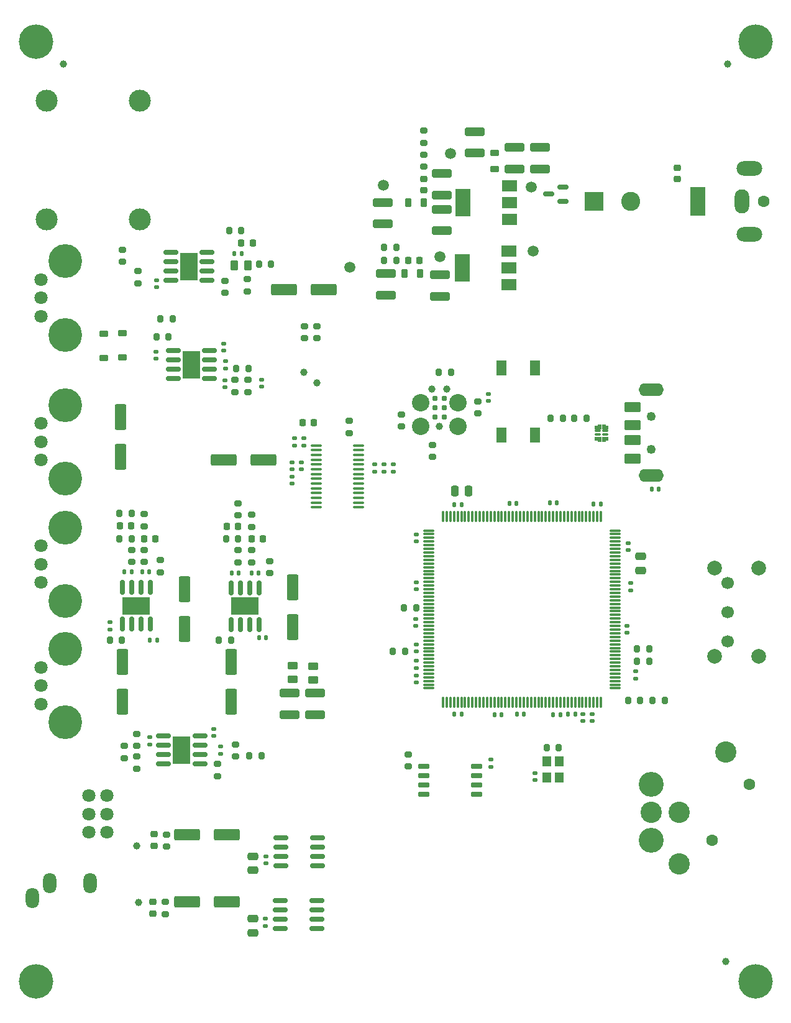
<source format=gbr>
G04 #@! TF.GenerationSoftware,KiCad,Pcbnew,7.0.9*
G04 #@! TF.CreationDate,2024-03-14T12:42:54+01:00*
G04 #@! TF.ProjectId,Apothecary - DSP Development Board,41706f74-6865-4636-9172-79202d204453,rev?*
G04 #@! TF.SameCoordinates,Original*
G04 #@! TF.FileFunction,Soldermask,Top*
G04 #@! TF.FilePolarity,Negative*
%FSLAX46Y46*%
G04 Gerber Fmt 4.6, Leading zero omitted, Abs format (unit mm)*
G04 Created by KiCad (PCBNEW 7.0.9) date 2024-03-14 12:42:54*
%MOMM*%
%LPD*%
G01*
G04 APERTURE LIST*
G04 Aperture macros list*
%AMRoundRect*
0 Rectangle with rounded corners*
0 $1 Rounding radius*
0 $2 $3 $4 $5 $6 $7 $8 $9 X,Y pos of 4 corners*
0 Add a 4 corners polygon primitive as box body*
4,1,4,$2,$3,$4,$5,$6,$7,$8,$9,$2,$3,0*
0 Add four circle primitives for the rounded corners*
1,1,$1+$1,$2,$3*
1,1,$1+$1,$4,$5*
1,1,$1+$1,$6,$7*
1,1,$1+$1,$8,$9*
0 Add four rect primitives between the rounded corners*
20,1,$1+$1,$2,$3,$4,$5,0*
20,1,$1+$1,$4,$5,$6,$7,0*
20,1,$1+$1,$6,$7,$8,$9,0*
20,1,$1+$1,$8,$9,$2,$3,0*%
G04 Aperture macros list end*
%ADD10C,0.010000*%
%ADD11O,1.800000X2.800000*%
%ADD12C,1.250000*%
%ADD13RoundRect,0.076200X1.000000X-0.600000X1.000000X0.600000X-1.000000X0.600000X-1.000000X-0.600000X0*%
%ADD14O,3.402400X1.777400*%
%ADD15RoundRect,0.250000X-0.450000X0.262500X-0.450000X-0.262500X0.450000X-0.262500X0.450000X0.262500X0*%
%ADD16RoundRect,0.250000X0.450000X-0.262500X0.450000X0.262500X-0.450000X0.262500X-0.450000X-0.262500X0*%
%ADD17RoundRect,0.250000X0.262500X0.450000X-0.262500X0.450000X-0.262500X-0.450000X0.262500X-0.450000X0*%
%ADD18RoundRect,0.150000X0.587500X0.150000X-0.587500X0.150000X-0.587500X-0.150000X0.587500X-0.150000X0*%
%ADD19RoundRect,0.250000X-1.100000X0.325000X-1.100000X-0.325000X1.100000X-0.325000X1.100000X0.325000X0*%
%ADD20RoundRect,0.225000X-0.225000X-0.250000X0.225000X-0.250000X0.225000X0.250000X-0.225000X0.250000X0*%
%ADD21RoundRect,0.225000X0.225000X0.250000X-0.225000X0.250000X-0.225000X-0.250000X0.225000X-0.250000X0*%
%ADD22RoundRect,0.250000X1.100000X-0.325000X1.100000X0.325000X-1.100000X0.325000X-1.100000X-0.325000X0*%
%ADD23RoundRect,0.140000X-0.170000X0.140000X-0.170000X-0.140000X0.170000X-0.140000X0.170000X0.140000X0*%
%ADD24RoundRect,0.250000X1.500000X0.550000X-1.500000X0.550000X-1.500000X-0.550000X1.500000X-0.550000X0*%
%ADD25RoundRect,0.250000X-0.550000X1.500000X-0.550000X-1.500000X0.550000X-1.500000X0.550000X1.500000X0*%
%ADD26RoundRect,0.250000X-1.500000X-0.550000X1.500000X-0.550000X1.500000X0.550000X-1.500000X0.550000X0*%
%ADD27RoundRect,0.200000X0.275000X-0.200000X0.275000X0.200000X-0.275000X0.200000X-0.275000X-0.200000X0*%
%ADD28RoundRect,0.200000X-0.200000X-0.275000X0.200000X-0.275000X0.200000X0.275000X-0.200000X0.275000X0*%
%ADD29RoundRect,0.140000X0.170000X-0.140000X0.170000X0.140000X-0.170000X0.140000X-0.170000X-0.140000X0*%
%ADD30RoundRect,0.218750X0.218750X0.256250X-0.218750X0.256250X-0.218750X-0.256250X0.218750X-0.256250X0*%
%ADD31C,4.600000*%
%ADD32C,1.800000*%
%ADD33RoundRect,0.140000X-0.140000X-0.170000X0.140000X-0.170000X0.140000X0.170000X-0.140000X0.170000X0*%
%ADD34RoundRect,0.140000X0.140000X0.170000X-0.140000X0.170000X-0.140000X-0.170000X0.140000X-0.170000X0*%
%ADD35RoundRect,0.150000X-0.825000X-0.150000X0.825000X-0.150000X0.825000X0.150000X-0.825000X0.150000X0*%
%ADD36R,2.410000X3.810000*%
%ADD37RoundRect,0.200000X-0.275000X0.200000X-0.275000X-0.200000X0.275000X-0.200000X0.275000X0.200000X0*%
%ADD38RoundRect,0.102000X-0.300000X-0.100000X0.300000X-0.100000X0.300000X0.100000X-0.300000X0.100000X0*%
%ADD39C,1.000000*%
%ADD40RoundRect,0.150000X0.825000X0.150000X-0.825000X0.150000X-0.825000X-0.150000X0.825000X-0.150000X0*%
%ADD41C,1.500000*%
%ADD42RoundRect,0.200000X0.200000X0.275000X-0.200000X0.275000X-0.200000X-0.275000X0.200000X-0.275000X0*%
%ADD43RoundRect,0.218750X0.256250X-0.218750X0.256250X0.218750X-0.256250X0.218750X-0.256250X-0.218750X0*%
%ADD44RoundRect,0.075000X0.075000X-0.675000X0.075000X0.675000X-0.075000X0.675000X-0.075000X-0.675000X0*%
%ADD45RoundRect,0.075000X0.675000X-0.075000X0.675000X0.075000X-0.675000X0.075000X-0.675000X-0.075000X0*%
%ADD46C,2.000000*%
%ADD47C,1.700000*%
%ADD48RoundRect,0.218750X0.218750X0.381250X-0.218750X0.381250X-0.218750X-0.381250X0.218750X-0.381250X0*%
%ADD49RoundRect,0.218750X-0.256250X0.218750X-0.256250X-0.218750X0.256250X-0.218750X0.256250X0.218750X0*%
%ADD50C,4.700000*%
%ADD51RoundRect,0.225000X-0.375000X0.225000X-0.375000X-0.225000X0.375000X-0.225000X0.375000X0.225000X0*%
%ADD52C,1.600000*%
%ADD53C,3.400000*%
%ADD54C,2.900000*%
%ADD55RoundRect,0.100000X0.637500X0.100000X-0.637500X0.100000X-0.637500X-0.100000X0.637500X-0.100000X0*%
%ADD56RoundRect,0.225000X0.375000X-0.225000X0.375000X0.225000X-0.375000X0.225000X-0.375000X-0.225000X0*%
%ADD57RoundRect,0.150000X-0.650000X-0.150000X0.650000X-0.150000X0.650000X0.150000X-0.650000X0.150000X0*%
%ADD58RoundRect,0.250000X-0.475000X0.250000X-0.475000X-0.250000X0.475000X-0.250000X0.475000X0.250000X0*%
%ADD59RoundRect,0.218750X0.381250X-0.218750X0.381250X0.218750X-0.381250X0.218750X-0.381250X-0.218750X0*%
%ADD60R,1.200000X1.400000*%
%ADD61RoundRect,0.150000X-0.150000X0.825000X-0.150000X-0.825000X0.150000X-0.825000X0.150000X0.825000X0*%
%ADD62R,3.810000X2.410000*%
%ADD63R,1.400000X2.100000*%
%ADD64C,0.990600*%
%ADD65C,2.374900*%
%ADD66C,0.787400*%
%ADD67R,2.000000X1.500000*%
%ADD68R,2.000000X3.800000*%
%ADD69R,2.000000X4.000000*%
%ADD70O,2.000000X3.300000*%
%ADD71O,3.500000X2.000000*%
%ADD72RoundRect,0.250000X0.475000X-0.250000X0.475000X0.250000X-0.475000X0.250000X-0.475000X-0.250000X0*%
%ADD73R,2.600000X2.600000*%
%ADD74C,2.600000*%
%ADD75C,3.000000*%
%ADD76RoundRect,0.218750X-0.218750X-0.256250X0.218750X-0.256250X0.218750X0.256250X-0.218750X0.256250X0*%
%ADD77RoundRect,0.250000X0.250000X0.475000X-0.250000X0.475000X-0.250000X-0.475000X0.250000X-0.475000X0*%
G04 APERTURE END LIST*
D10*
X184663501Y-78463500D02*
X183863501Y-78463500D01*
X183863501Y-78063500D01*
X184263501Y-78063500D01*
X184263501Y-77863500D01*
X184663501Y-77863500D01*
X184663501Y-78463500D01*
G36*
X184663501Y-78463500D02*
G01*
X183863501Y-78463500D01*
X183863501Y-78063500D01*
X184263501Y-78063500D01*
X184263501Y-77863500D01*
X184663501Y-77863500D01*
X184663501Y-78463500D01*
G37*
X184663501Y-80163500D02*
X184263501Y-80163500D01*
X184263501Y-79963500D01*
X183863501Y-79963500D01*
X183863501Y-79563500D01*
X184663501Y-79563500D01*
X184663501Y-80163500D01*
G36*
X184663501Y-80163500D02*
G01*
X184263501Y-80163500D01*
X184263501Y-79963500D01*
X183863501Y-79963500D01*
X183863501Y-79563500D01*
X184663501Y-79563500D01*
X184663501Y-80163500D01*
G37*
X185263501Y-78063500D02*
X185663501Y-78063500D01*
X185663501Y-78463500D01*
X184863501Y-78463500D01*
X184863501Y-77863500D01*
X185263501Y-77863500D01*
X185263501Y-78063500D01*
G36*
X185263501Y-78063500D02*
G01*
X185663501Y-78063500D01*
X185663501Y-78463500D01*
X184863501Y-78463500D01*
X184863501Y-77863500D01*
X185263501Y-77863500D01*
X185263501Y-78063500D01*
G37*
X185663501Y-79963500D02*
X185263501Y-79963500D01*
X185263501Y-80163500D01*
X184863501Y-80163500D01*
X184863501Y-79563500D01*
X185663501Y-79563500D01*
X185663501Y-79963500D01*
G36*
X185663501Y-79963500D02*
G01*
X185263501Y-79963500D01*
X185263501Y-80163500D01*
X184863501Y-80163500D01*
X184863501Y-79563500D01*
X185663501Y-79563500D01*
X185663501Y-79963500D01*
G37*
D11*
X115134422Y-140384422D03*
X107234422Y-142384422D03*
X109634422Y-140384422D03*
D12*
X191600000Y-81250000D03*
X191600000Y-76750000D03*
D13*
X189000000Y-82500000D03*
X189000000Y-78000000D03*
X189000000Y-75500000D03*
X189000000Y-80000000D03*
D14*
X191600000Y-84850000D03*
X191600000Y-73150000D03*
D15*
X142750000Y-110750000D03*
X142750000Y-112575000D03*
D16*
X145500000Y-112662500D03*
X145500000Y-110837500D03*
D17*
X136575468Y-56250000D03*
X134750468Y-56250000D03*
D18*
X179500000Y-47455000D03*
X179500000Y-45555000D03*
X177625000Y-46505000D03*
D19*
X145750000Y-114500000D03*
X145750000Y-117450000D03*
X142250000Y-114500000D03*
X142250000Y-117450000D03*
D20*
X137102968Y-93500000D03*
X138652968Y-93500000D03*
X122437968Y-93480578D03*
X123987968Y-93480578D03*
D21*
X135250000Y-91750000D03*
X133700000Y-91750000D03*
X120702968Y-91725000D03*
X119152968Y-91725000D03*
D22*
X155425000Y-60290000D03*
X155425000Y-57340000D03*
X162750000Y-60450000D03*
X162750000Y-57500000D03*
X154990000Y-50570000D03*
X154990000Y-47620000D03*
D20*
X144025000Y-77600000D03*
X145575000Y-77600000D03*
D22*
X163000000Y-51500000D03*
X163000000Y-48550000D03*
D19*
X167500000Y-37975000D03*
X167500000Y-40925000D03*
X176380000Y-40140000D03*
X176380000Y-43090000D03*
X172900000Y-40125000D03*
X172900000Y-43075000D03*
X163000000Y-43712233D03*
X163000000Y-46662233D03*
D23*
X142637968Y-84980578D03*
X142637968Y-85940578D03*
D24*
X138750000Y-82750000D03*
X133350000Y-82750000D03*
D25*
X119500000Y-110250000D03*
X119500000Y-115650000D03*
D24*
X133750000Y-142925000D03*
X128350000Y-142925000D03*
X133750000Y-133750000D03*
X128350000Y-133750000D03*
D25*
X134350000Y-110250000D03*
X134350000Y-115650000D03*
X128000000Y-100300000D03*
X128000000Y-105700000D03*
X142750000Y-100050000D03*
X142750000Y-105450000D03*
D26*
X141550000Y-59500000D03*
X146950000Y-59500000D03*
D25*
X119250000Y-76850000D03*
X119250000Y-82250000D03*
D27*
X160562500Y-39500000D03*
X160562500Y-37850000D03*
D28*
X155175000Y-53750000D03*
X156825000Y-53750000D03*
D29*
X175700000Y-126310000D03*
X175700000Y-125350000D03*
D30*
X137287500Y-53200000D03*
X135712500Y-53200000D03*
D27*
X121487968Y-121680578D03*
X121487968Y-120030578D03*
D23*
X132877968Y-121780578D03*
X132877968Y-122740578D03*
D31*
X111700000Y-101925000D03*
X111700000Y-91925000D03*
D32*
X108400000Y-94425000D03*
X108400000Y-96925000D03*
X108400000Y-99425000D03*
D28*
X181100000Y-77000000D03*
X182750000Y-77000000D03*
D33*
X173240002Y-117374997D03*
X174200002Y-117374997D03*
D23*
X169352500Y-73737500D03*
X169352500Y-74697500D03*
D34*
X184680714Y-88702944D03*
X183720714Y-88702944D03*
D35*
X125112968Y-120325578D03*
X125112968Y-121595578D03*
X125112968Y-122865578D03*
X125112968Y-124135578D03*
X130062968Y-124135578D03*
X130062968Y-122865578D03*
X130062968Y-121595578D03*
X130062968Y-120325578D03*
D36*
X127587968Y-122230578D03*
D27*
X160562500Y-42750000D03*
X160562500Y-41100000D03*
D37*
X135287968Y-95005578D03*
X135287968Y-96655578D03*
D38*
X184263501Y-78763500D03*
X184263501Y-79263500D03*
X185263501Y-79263500D03*
X185263501Y-78763500D03*
D37*
X137102968Y-95005578D03*
X137102968Y-96655578D03*
X161728499Y-80657691D03*
X161728499Y-82307691D03*
D39*
X201750000Y-151000000D03*
D40*
X145975000Y-146520000D03*
X145975000Y-145250000D03*
X145975000Y-143980000D03*
X145975000Y-142710000D03*
X141025000Y-142710000D03*
X141025000Y-143980000D03*
X141025000Y-145250000D03*
X141025000Y-146520000D03*
D41*
X175250000Y-45500000D03*
D34*
X171180002Y-117424997D03*
X170220002Y-117424997D03*
D41*
X150500000Y-56500000D03*
D33*
X164740000Y-117325000D03*
X165700000Y-117325000D03*
D37*
X157552500Y-76492500D03*
X157552500Y-78142500D03*
D42*
X125800000Y-65950000D03*
X124150000Y-65950000D03*
D40*
X146075000Y-138000000D03*
X146075000Y-136730000D03*
X146075000Y-135460000D03*
X146075000Y-134190000D03*
X141125000Y-134190000D03*
X141125000Y-135460000D03*
X141125000Y-136730000D03*
X141125000Y-138000000D03*
D37*
X121600000Y-56975000D03*
X121600000Y-58625000D03*
D43*
X123691016Y-144500000D03*
X123691016Y-142925000D03*
D42*
X190075000Y-115500000D03*
X188425000Y-115500000D03*
D29*
X138500000Y-72750000D03*
X138500000Y-71790000D03*
D34*
X173200002Y-88674999D03*
X172240002Y-88674999D03*
D29*
X169750002Y-124514997D03*
X169750002Y-123554997D03*
D44*
X163200000Y-115750000D03*
X163700000Y-115750000D03*
X164200000Y-115750000D03*
X164700000Y-115750000D03*
X165200000Y-115750000D03*
X165700000Y-115750000D03*
X166200000Y-115750000D03*
X166700000Y-115750000D03*
X167200000Y-115750000D03*
X167700000Y-115750000D03*
X168200000Y-115750000D03*
X168700000Y-115750000D03*
X169200000Y-115750000D03*
X169700000Y-115750000D03*
X170200000Y-115750000D03*
X170700000Y-115750000D03*
X171200000Y-115750000D03*
X171700000Y-115750000D03*
X172200000Y-115750000D03*
X172700000Y-115750000D03*
X173200000Y-115750000D03*
X173700000Y-115750000D03*
X174200000Y-115750000D03*
X174700000Y-115750000D03*
X175200000Y-115750000D03*
X175700000Y-115750000D03*
X176200000Y-115750000D03*
X176700000Y-115750000D03*
X177200000Y-115750000D03*
X177700000Y-115750000D03*
X178200000Y-115750000D03*
X178700000Y-115750000D03*
X179200000Y-115750000D03*
X179700000Y-115750000D03*
X180200000Y-115750000D03*
X180700000Y-115750000D03*
X181200000Y-115750000D03*
X181700000Y-115750000D03*
X182200000Y-115750000D03*
X182700000Y-115750000D03*
X183200000Y-115750000D03*
X183700000Y-115750000D03*
X184200000Y-115750000D03*
X184700000Y-115750000D03*
D45*
X186625000Y-113825000D03*
X186625000Y-113325000D03*
X186625000Y-112825000D03*
X186625000Y-112325000D03*
X186625000Y-111825000D03*
X186625000Y-111325000D03*
X186625000Y-110825000D03*
X186625000Y-110325000D03*
X186625000Y-109825000D03*
X186625000Y-109325000D03*
X186625000Y-108825000D03*
X186625000Y-108325000D03*
X186625000Y-107825000D03*
X186625000Y-107325000D03*
X186625000Y-106825000D03*
X186625000Y-106325000D03*
X186625000Y-105825000D03*
X186625000Y-105325000D03*
X186625000Y-104825000D03*
X186625000Y-104325000D03*
X186625000Y-103825000D03*
X186625000Y-103325000D03*
X186625000Y-102825000D03*
X186625000Y-102325000D03*
X186625000Y-101825000D03*
X186625000Y-101325000D03*
X186625000Y-100825000D03*
X186625000Y-100325000D03*
X186625000Y-99825000D03*
X186625000Y-99325000D03*
X186625000Y-98825000D03*
X186625000Y-98325000D03*
X186625000Y-97825000D03*
X186625000Y-97325000D03*
X186625000Y-96825000D03*
X186625000Y-96325000D03*
X186625000Y-95825000D03*
X186625000Y-95325000D03*
X186625000Y-94825000D03*
X186625000Y-94325000D03*
X186625000Y-93825000D03*
X186625000Y-93325000D03*
X186625000Y-92825000D03*
X186625000Y-92325000D03*
D44*
X184700000Y-90400000D03*
X184200000Y-90400000D03*
X183700000Y-90400000D03*
X183200000Y-90400000D03*
X182700000Y-90400000D03*
X182200000Y-90400000D03*
X181700000Y-90400000D03*
X181200000Y-90400000D03*
X180700000Y-90400000D03*
X180200000Y-90400000D03*
X179700000Y-90400000D03*
X179200000Y-90400000D03*
X178700000Y-90400000D03*
X178200000Y-90400000D03*
X177700000Y-90400000D03*
X177200000Y-90400000D03*
X176700000Y-90400000D03*
X176200000Y-90400000D03*
X175700000Y-90400000D03*
X175200000Y-90400000D03*
X174700000Y-90400000D03*
X174200000Y-90400000D03*
X173700000Y-90400000D03*
X173200000Y-90400000D03*
X172700000Y-90400000D03*
X172200000Y-90400000D03*
X171700000Y-90400000D03*
X171200000Y-90400000D03*
X170700000Y-90400000D03*
X170200000Y-90400000D03*
X169700000Y-90400000D03*
X169200000Y-90400000D03*
X168700000Y-90400000D03*
X168200000Y-90400000D03*
X167700000Y-90400000D03*
X167200000Y-90400000D03*
X166700000Y-90400000D03*
X166200000Y-90400000D03*
X165700000Y-90400000D03*
X165200000Y-90400000D03*
X164700000Y-90400000D03*
X164200000Y-90400000D03*
X163700000Y-90400000D03*
X163200000Y-90400000D03*
D45*
X161275000Y-92325000D03*
X161275000Y-92825000D03*
X161275000Y-93325000D03*
X161275000Y-93825000D03*
X161275000Y-94325000D03*
X161275000Y-94825000D03*
X161275000Y-95325000D03*
X161275000Y-95825000D03*
X161275000Y-96325000D03*
X161275000Y-96825000D03*
X161275000Y-97325000D03*
X161275000Y-97825000D03*
X161275000Y-98325000D03*
X161275000Y-98825000D03*
X161275000Y-99325000D03*
X161275000Y-99825000D03*
X161275000Y-100325000D03*
X161275000Y-100825000D03*
X161275000Y-101325000D03*
X161275000Y-101825000D03*
X161275000Y-102325000D03*
X161275000Y-102825000D03*
X161275000Y-103325000D03*
X161275000Y-103825000D03*
X161275000Y-104325000D03*
X161275000Y-104825000D03*
X161275000Y-105325000D03*
X161275000Y-105825000D03*
X161275000Y-106325000D03*
X161275000Y-106825000D03*
X161275000Y-107325000D03*
X161275000Y-107825000D03*
X161275000Y-108325000D03*
X161275000Y-108825000D03*
X161275000Y-109325000D03*
X161275000Y-109825000D03*
X161275000Y-110325000D03*
X161275000Y-110825000D03*
X161275000Y-111325000D03*
X161275000Y-111825000D03*
X161275000Y-112325000D03*
X161275000Y-112825000D03*
X161275000Y-113325000D03*
X161275000Y-113825000D03*
D37*
X137102968Y-90175000D03*
X137102968Y-91825000D03*
D28*
X189633609Y-108466578D03*
X191283609Y-108466578D03*
D46*
X200200000Y-97450000D03*
X206200000Y-109450000D03*
X200200000Y-109450000D03*
X206200000Y-97450000D03*
D47*
X201950000Y-107450000D03*
X201950000Y-103450000D03*
X201950000Y-99450000D03*
D48*
X160060000Y-57345000D03*
X157935000Y-57345000D03*
D49*
X195100000Y-42900000D03*
X195100000Y-44475000D03*
D23*
X188299999Y-105324999D03*
X188299999Y-106284999D03*
D29*
X142962968Y-80730578D03*
X142962968Y-79770578D03*
D27*
X132487968Y-125785578D03*
X132487968Y-124135578D03*
D34*
X181213609Y-117366578D03*
X180253609Y-117366578D03*
D35*
X126412968Y-67825578D03*
X126412968Y-69095578D03*
X126412968Y-70365578D03*
X126412968Y-71635578D03*
X131362968Y-71635578D03*
X131362968Y-70365578D03*
X131362968Y-69095578D03*
X131362968Y-67825578D03*
D36*
X128887968Y-69730578D03*
D29*
X124087968Y-68930578D03*
X124087968Y-67970578D03*
D50*
X205750000Y-153750000D03*
D51*
X117000000Y-65495000D03*
X117000000Y-68795000D03*
D28*
X156375002Y-108824997D03*
X158025002Y-108824997D03*
D29*
X142637968Y-83980578D03*
X142637968Y-83020578D03*
D37*
X135250000Y-88600000D03*
X135250000Y-90250000D03*
D41*
X164250000Y-41000000D03*
D52*
X204920000Y-126940000D03*
X199840000Y-134560000D03*
D53*
X191580000Y-126940000D03*
D54*
X195395000Y-130750000D03*
X191580000Y-130750000D03*
X195395000Y-137730000D03*
D53*
X191580000Y-134560000D03*
D54*
X201750000Y-122500000D03*
D29*
X139000000Y-146190000D03*
X139000000Y-145230000D03*
D55*
X151687968Y-89180578D03*
X151687968Y-88530578D03*
X151687968Y-87880578D03*
X151687968Y-87230578D03*
X151687968Y-86580578D03*
X151687968Y-85930578D03*
X151687968Y-85280578D03*
X151687968Y-84630578D03*
X151687968Y-83980578D03*
X151687968Y-83330578D03*
X151687968Y-82680578D03*
X151687968Y-82030578D03*
X151687968Y-81380578D03*
X151687968Y-80730578D03*
X145962968Y-80730578D03*
X145962968Y-81380578D03*
X145962968Y-82030578D03*
X145962968Y-82680578D03*
X145962968Y-83330578D03*
X145962968Y-83980578D03*
X145962968Y-84630578D03*
X145962968Y-85280578D03*
X145962968Y-85930578D03*
X145962968Y-86580578D03*
X145962968Y-87230578D03*
X145962968Y-87880578D03*
X145962968Y-88530578D03*
X145962968Y-89180578D03*
D42*
X134287968Y-107230578D03*
X132637968Y-107230578D03*
D39*
X111500000Y-28750000D03*
D27*
X150425468Y-79055578D03*
X150425468Y-77405578D03*
D29*
X159525000Y-108805000D03*
X159525000Y-107845000D03*
X133487968Y-72790578D03*
X133487968Y-71830578D03*
D34*
X123167968Y-97980578D03*
X122207968Y-97980578D03*
D39*
X146000000Y-72250000D03*
D33*
X164739999Y-88774999D03*
X165699999Y-88774999D03*
D29*
X159525002Y-100325000D03*
X159525002Y-99365000D03*
D41*
X162750000Y-55000000D03*
D23*
X183533609Y-117306578D03*
X183533609Y-118266578D03*
D56*
X119500000Y-68750000D03*
X119500000Y-65450000D03*
D57*
X160550000Y-124480000D03*
X160550000Y-125750000D03*
X160550000Y-127020000D03*
X160550000Y-128290000D03*
X167750000Y-128290000D03*
X167750000Y-127020000D03*
X167750000Y-125750000D03*
X167750000Y-124480000D03*
D27*
X119800000Y-123325000D03*
X119800000Y-121675000D03*
D34*
X138062968Y-98155578D03*
X137102968Y-98155578D03*
D40*
X131037968Y-58250578D03*
X131037968Y-56980578D03*
X131037968Y-55710578D03*
X131037968Y-54440578D03*
X126087968Y-54440578D03*
X126087968Y-55710578D03*
X126087968Y-56980578D03*
X126087968Y-58250578D03*
D36*
X128562968Y-56345578D03*
D31*
X111700000Y-65650000D03*
X111700000Y-55650000D03*
D32*
X108400000Y-58150000D03*
X108400000Y-60650000D03*
X108400000Y-63150000D03*
D58*
X190150001Y-95850000D03*
X190150001Y-97750000D03*
D48*
X160562500Y-47650000D03*
X158437500Y-47650000D03*
D37*
X167978500Y-74712501D03*
X167978500Y-76362501D03*
D28*
X135037968Y-70230578D03*
X136687968Y-70230578D03*
D23*
X155150000Y-83340000D03*
X155150000Y-84300000D03*
D41*
X175500000Y-54250000D03*
D28*
X119102968Y-93480578D03*
X120752968Y-93480578D03*
D23*
X188800000Y-99495001D03*
X188800000Y-100455001D03*
D34*
X120752968Y-97980578D03*
X119792968Y-97980578D03*
D39*
X121500000Y-135250000D03*
D23*
X156400000Y-83340000D03*
X156400000Y-84300000D03*
D28*
X157875000Y-102825000D03*
X159525000Y-102825000D03*
D42*
X156847500Y-55500000D03*
X155197500Y-55500000D03*
D32*
X117400000Y-128450001D03*
X117400000Y-130950001D03*
X117400000Y-133450001D03*
X114900000Y-128450001D03*
X114900000Y-130950001D03*
X114900000Y-133450001D03*
D23*
X123202968Y-120495578D03*
X123202968Y-121455578D03*
D50*
X107750000Y-25750000D03*
D27*
X125500000Y-135386305D03*
X125500000Y-133736305D03*
D37*
X124650000Y-96350000D03*
X124650000Y-98000000D03*
D29*
X159450002Y-105325000D03*
X159450002Y-104365000D03*
D33*
X191640000Y-86650000D03*
X192600000Y-86650000D03*
D29*
X159525000Y-111035000D03*
X159525000Y-110075000D03*
D59*
X170250000Y-43050000D03*
X170250000Y-40925000D03*
D27*
X134952968Y-123105578D03*
X134952968Y-121455578D03*
X136500000Y-59750000D03*
X136500000Y-58100000D03*
D23*
X189450002Y-111524997D03*
X189450002Y-112484997D03*
D37*
X120752968Y-94980578D03*
X120752968Y-96630578D03*
D23*
X153900000Y-83340000D03*
X153900000Y-84300000D03*
D29*
X159525000Y-113034998D03*
X159525000Y-112074998D03*
D60*
X179000000Y-126000000D03*
X179000000Y-123800000D03*
X177300000Y-123800000D03*
X177300000Y-126000000D03*
D27*
X125383984Y-144575000D03*
X125383984Y-142925000D03*
D50*
X205750000Y-25750000D03*
D49*
X160562500Y-44417500D03*
X160562500Y-45992500D03*
D61*
X123292968Y-100105578D03*
X122022968Y-100105578D03*
X120752968Y-100105578D03*
X119482968Y-100105578D03*
X119482968Y-105055578D03*
X120752968Y-105055578D03*
X122022968Y-105055578D03*
X123292968Y-105055578D03*
D62*
X121387968Y-102580578D03*
D34*
X178735000Y-88575000D03*
X177775000Y-88575000D03*
D27*
X158466550Y-124491469D03*
X158466550Y-122841469D03*
D28*
X133637968Y-93480578D03*
X135287968Y-93480578D03*
D63*
X171200000Y-79300000D03*
X175700000Y-79300000D03*
X171200000Y-70200000D03*
X175700000Y-70200000D03*
D31*
X111700000Y-85250000D03*
X111700000Y-75250000D03*
D32*
X108400000Y-77750000D03*
X108400000Y-80250000D03*
X108400000Y-82750000D03*
D29*
X133537968Y-70230578D03*
X133537968Y-69270578D03*
D39*
X144250000Y-70750000D03*
D27*
X133487968Y-59975000D03*
X133487968Y-58325000D03*
D31*
X111700000Y-118450000D03*
X111700000Y-108450000D03*
D32*
X108400000Y-110950000D03*
X108400000Y-113450000D03*
X108400000Y-115950000D03*
D64*
X163728500Y-73037500D03*
D65*
X160172500Y-74942500D03*
X165252500Y-74942500D03*
D64*
X161696500Y-73037500D03*
X162712500Y-78117500D03*
D65*
X160172500Y-78117500D03*
X165252500Y-78117500D03*
D66*
X163347500Y-76847500D03*
X162077500Y-76847500D03*
X163347500Y-75577500D03*
X162077500Y-75577500D03*
X163347500Y-74307500D03*
X162077500Y-74307500D03*
D28*
X134050000Y-51500000D03*
X135700000Y-51500000D03*
D29*
X188450000Y-95025000D03*
X188450000Y-94065000D03*
D28*
X117782968Y-107230578D03*
X119432968Y-107230578D03*
X177850000Y-77000000D03*
X179500000Y-77000000D03*
D67*
X172150000Y-58850000D03*
D68*
X165850000Y-56550000D03*
D67*
X172150000Y-56550000D03*
X172150000Y-54250000D03*
D23*
X124187968Y-58250578D03*
X124187968Y-59210578D03*
D28*
X177300000Y-121900000D03*
X178950000Y-121900000D03*
D34*
X124230000Y-107250000D03*
X123270000Y-107250000D03*
D27*
X134837968Y-73455578D03*
X134837968Y-71805578D03*
D28*
X124712968Y-63480578D03*
X126362968Y-63480578D03*
D37*
X122437968Y-90100000D03*
X122437968Y-91750000D03*
D61*
X138122968Y-100155578D03*
X136852968Y-100155578D03*
X135582968Y-100155578D03*
X134312968Y-100155578D03*
X134312968Y-105105578D03*
X135582968Y-105105578D03*
X136852968Y-105105578D03*
X138122968Y-105105578D03*
D62*
X136217968Y-102630578D03*
D52*
X206900000Y-47500000D03*
D69*
X197900000Y-47500000D03*
D70*
X203900000Y-47500000D03*
D71*
X204900000Y-52000000D03*
X204900000Y-43000000D03*
D29*
X144212968Y-80730578D03*
X144212968Y-79770578D03*
D28*
X189625002Y-110124997D03*
X191275002Y-110124997D03*
D41*
X155100000Y-45250000D03*
D34*
X135730000Y-54630578D03*
X134770000Y-54630578D03*
D28*
X191750000Y-115500000D03*
X193400000Y-115500000D03*
D37*
X122437968Y-94980578D03*
X122437968Y-96630578D03*
D72*
X137250000Y-147115000D03*
X137250000Y-145215000D03*
D73*
X183750000Y-47455000D03*
D74*
X188750000Y-47455000D03*
D28*
X119100000Y-90000000D03*
X120750000Y-90000000D03*
D33*
X178220000Y-117400000D03*
X179180000Y-117400000D03*
D67*
X172250000Y-49955000D03*
D68*
X165950000Y-47655000D03*
D67*
X172250000Y-47655000D03*
X172250000Y-45355000D03*
D43*
X123807032Y-135295727D03*
X123807032Y-133720727D03*
D28*
X138100000Y-56000000D03*
X139750000Y-56000000D03*
D29*
X143887968Y-83980578D03*
X143887968Y-83020578D03*
D75*
X109200000Y-49980000D03*
X109200000Y-33750000D03*
X121900000Y-49980000D03*
X121900000Y-33750000D03*
D72*
X137325000Y-138630000D03*
X137325000Y-136730000D03*
D27*
X121487968Y-124780578D03*
X121487968Y-123130578D03*
D23*
X182283609Y-117326577D03*
X182283609Y-118286577D03*
D34*
X135332968Y-98155578D03*
X134372968Y-98155578D03*
D50*
X107750000Y-153750000D03*
D39*
X202000000Y-28750000D03*
D37*
X119537968Y-54060578D03*
X119537968Y-55710578D03*
X136587968Y-71805578D03*
X136587968Y-73455578D03*
D76*
X158425000Y-55500000D03*
X160000000Y-55500000D03*
D29*
X159525002Y-93824998D03*
X159525002Y-92864998D03*
D37*
X146000000Y-64500000D03*
X146000000Y-66150000D03*
D42*
X138452968Y-123030578D03*
X136802968Y-123030578D03*
D28*
X162621499Y-70787500D03*
X164271499Y-70787500D03*
D29*
X133287968Y-67825578D03*
X133287968Y-66865578D03*
D37*
X139602968Y-96505578D03*
X139602968Y-98155578D03*
D77*
X166683609Y-86966578D03*
X164783609Y-86966578D03*
D37*
X144287968Y-64480578D03*
X144287968Y-66130578D03*
D29*
X139075000Y-137690000D03*
X139075000Y-136730000D03*
D39*
X121750000Y-143000000D03*
D23*
X131952968Y-119345578D03*
X131952968Y-120305578D03*
D29*
X117800000Y-105810000D03*
X117800000Y-104850000D03*
D34*
X139062968Y-106905578D03*
X138102968Y-106905578D03*
M02*

</source>
